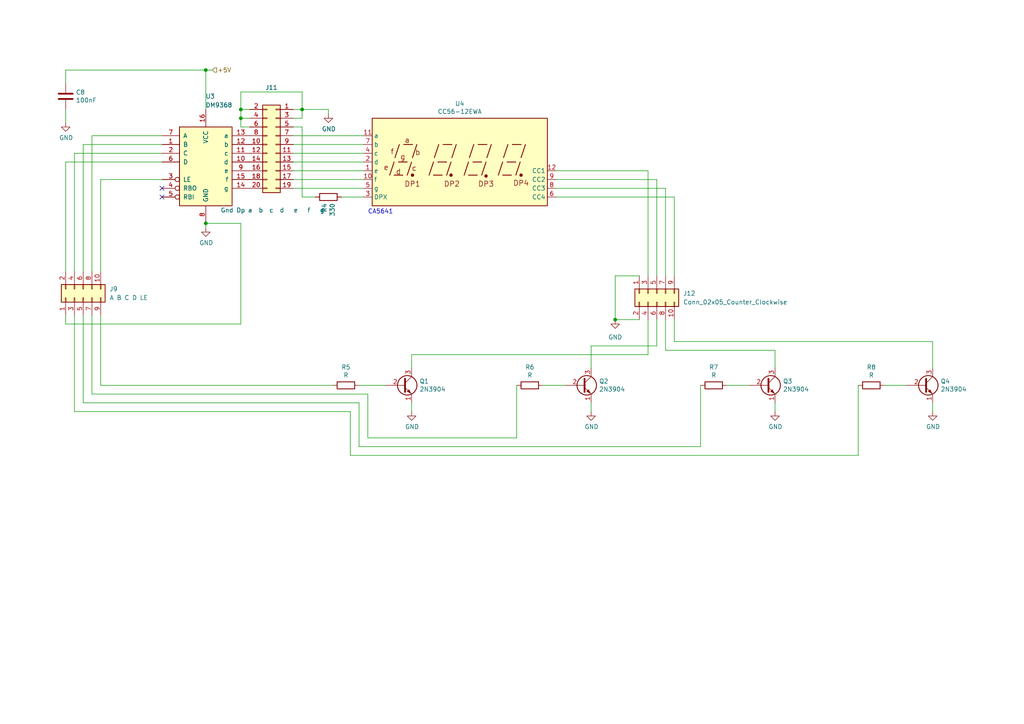
<source format=kicad_sch>
(kicad_sch (version 20211123) (generator eeschema)
  (paper "A4")
  (lib_symbols
    (symbol "Connector_Generic:Conn_02x05_Odd_Even" (pin_names (offset 1.016) hide)
      (property "Reference" "J" (at 1.27 7.62 0))
      (property "Value" "Conn_02x05_Odd_Even" (at 1.27 -7.62 0))
      (symbol "Conn_02x05_Odd_Even_1_1"
        (rectangle (start -1.27 -4.953) (end 0 -5.207) (stroke (width 0.1524)))
        (rectangle (start -1.27 -2.413) (end 0 -2.667) (stroke (width 0.1524)))
        (rectangle (start -1.27 0.127) (end 0 -0.127) (stroke (width 0.1524)))
        (rectangle (start -1.27 2.667) (end 0 2.413) (stroke (width 0.1524)))
        (rectangle (start -1.27 5.207) (end 0 4.953) (stroke (width 0.1524)))
        (rectangle (start -1.27 6.35) (end 3.81 -6.35) (stroke (width 0.254)) (fill (type background)))
        (rectangle (start 3.81 -4.953) (end 2.54 -5.207) (stroke (width 0.1524)))
        (rectangle (start 3.81 -2.413) (end 2.54 -2.667) (stroke (width 0.1524)))
        (rectangle (start 3.81 0.127) (end 2.54 -0.127) (stroke (width 0.1524)))
        (rectangle (start 3.81 2.667) (end 2.54 2.413) (stroke (width 0.1524)))
        (rectangle (start 3.81 5.207) (end 2.54 4.953) (stroke (width 0.1524)))
        (pin passive line (at -5.08 5.08 0) (length 3.81) (name "Pin_1") (number "1"))
        (pin passive line (at 7.62 -5.08 180) (length 3.81) (name "Pin_10") (number "10"))
        (pin passive line (at 7.62 5.08 180) (length 3.81) (name "Pin_2") (number "2"))
        (pin passive line (at -5.08 2.54 0) (length 3.81) (name "Pin_3") (number "3"))
        (pin passive line (at 7.62 2.54 180) (length 3.81) (name "Pin_4") (number "4"))
        (pin passive line (at -5.08 0 0) (length 3.81) (name "Pin_5") (number "5"))
        (pin passive line (at 7.62 0 180) (length 3.81) (name "Pin_6") (number "6"))
        (pin passive line (at -5.08 -2.54 0) (length 3.81) (name "Pin_7") (number "7"))
        (pin passive line (at 7.62 -2.54 180) (length 3.81) (name "Pin_8") (number "8"))
        (pin passive line (at -5.08 -5.08 0) (length 3.81) (name "Pin_9") (number "9"))
      )
    )
    (symbol "Connector_Generic:Conn_02x10_Odd_Even" (pin_names (offset 1.016) hide)
      (property "Reference" "J" (at 1.27 12.7 0))
      (property "Value" "Conn_02x10_Odd_Even" (at 1.27 -15.24 0))
      (symbol "Conn_02x10_Odd_Even_1_1"
        (rectangle (start -1.27 -12.573) (end 0 -12.827) (stroke (width 0.1524)))
        (rectangle (start -1.27 -10.033) (end 0 -10.287) (stroke (width 0.1524)))
        (rectangle (start -1.27 -7.493) (end 0 -7.747) (stroke (width 0.1524)))
        (rectangle (start -1.27 -4.953) (end 0 -5.207) (stroke (width 0.1524)))
        (rectangle (start -1.27 -2.413) (end 0 -2.667) (stroke (width 0.1524)))
        (rectangle (start -1.27 0.127) (end 0 -0.127) (stroke (width 0.1524)))
        (rectangle (start -1.27 2.667) (end 0 2.413) (stroke (width 0.1524)))
        (rectangle (start -1.27 5.207) (end 0 4.953) (stroke (width 0.1524)))
        (rectangle (start -1.27 7.747) (end 0 7.493) (stroke (width 0.1524)))
        (rectangle (start -1.27 10.287) (end 0 10.033) (stroke (width 0.1524)))
        (rectangle (start -1.27 11.43) (end 3.81 -13.97) (stroke (width 0.254)) (fill (type background)))
        (rectangle (start 3.81 -12.573) (end 2.54 -12.827) (stroke (width 0.1524)))
        (rectangle (start 3.81 -10.033) (end 2.54 -10.287) (stroke (width 0.1524)))
        (rectangle (start 3.81 -7.493) (end 2.54 -7.747) (stroke (width 0.1524)))
        (rectangle (start 3.81 -4.953) (end 2.54 -5.207) (stroke (width 0.1524)))
        (rectangle (start 3.81 -2.413) (end 2.54 -2.667) (stroke (width 0.1524)))
        (rectangle (start 3.81 0.127) (end 2.54 -0.127) (stroke (width 0.1524)))
        (rectangle (start 3.81 2.667) (end 2.54 2.413) (stroke (width 0.1524)))
        (rectangle (start 3.81 5.207) (end 2.54 4.953) (stroke (width 0.1524)))
        (rectangle (start 3.81 7.747) (end 2.54 7.493) (stroke (width 0.1524)))
        (rectangle (start 3.81 10.287) (end 2.54 10.033) (stroke (width 0.1524)))
        (pin passive line (at -5.08 10.16 0) (length 3.81) (name "Pin_1") (number "1"))
        (pin passive line (at 7.62 0 180) (length 3.81) (name "Pin_10") (number "10"))
        (pin passive line (at -5.08 -2.54 0) (length 3.81) (name "Pin_11") (number "11"))
        (pin passive line (at 7.62 -2.54 180) (length 3.81) (name "Pin_12") (number "12"))
        (pin passive line (at -5.08 -5.08 0) (length 3.81) (name "Pin_13") (number "13"))
        (pin passive line (at 7.62 -5.08 180) (length 3.81) (name "Pin_14") (number "14"))
        (pin passive line (at -5.08 -7.62 0) (length 3.81) (name "Pin_15") (number "15"))
        (pin passive line (at 7.62 -7.62 180) (length 3.81) (name "Pin_16") (number "16"))
        (pin passive line (at -5.08 -10.16 0) (length 3.81) (name "Pin_17") (number "17"))
        (pin passive line (at 7.62 -10.16 180) (length 3.81) (name "Pin_18") (number "18"))
        (pin passive line (at -5.08 -12.7 0) (length 3.81) (name "Pin_19") (number "19"))
        (pin passive line (at 7.62 10.16 180) (length 3.81) (name "Pin_2") (number "2"))
        (pin passive line (at 7.62 -12.7 180) (length 3.81) (name "Pin_20") (number "20"))
        (pin passive line (at -5.08 7.62 0) (length 3.81) (name "Pin_3") (number "3"))
        (pin passive line (at 7.62 7.62 180) (length 3.81) (name "Pin_4") (number "4"))
        (pin passive line (at -5.08 5.08 0) (length 3.81) (name "Pin_5") (number "5"))
        (pin passive line (at 7.62 5.08 180) (length 3.81) (name "Pin_6") (number "6"))
        (pin passive line (at -5.08 2.54 0) (length 3.81) (name "Pin_7") (number "7"))
        (pin passive line (at 7.62 2.54 180) (length 3.81) (name "Pin_8") (number "8"))
        (pin passive line (at -5.08 0 0) (length 3.81) (name "Pin_9") (number "9"))
      )
    )
    (symbol "Device:C" (pin_numbers hide) (pin_names (offset 0.254))
      (property "Reference" "C" (at 0.635 2.54 0))
      (property "Value" "C" (at 0.635 -2.54 0))
      (symbol "C_0_1"
        (polyline (pts (xy -2.032 -0.762) (xy 2.032 -0.762)) (stroke (width 0.508)))
        (polyline (pts (xy -2.032 0.762) (xy 2.032 0.762)) (stroke (width 0.508)))
      )
      (symbol "C_1_1"
        (pin passive line (at 0 3.81 270) (length 2.794) (name "~") (number "1"))
        (pin passive line (at 0 -3.81 90) (length 2.794) (name "~") (number "2"))
      )
    )
    (symbol "Device:R" (pin_numbers hide) (pin_names (offset 0))
      (property "Reference" "R" (at 2.032 0 90))
      (property "Value" "R" (at 0 0 90))
      (symbol "R_0_1"
        (rectangle (start -1.016 -2.54) (end 1.016 2.54) (stroke (width 0.254)))
      )
      (symbol "R_1_1"
        (pin passive line (at 0 3.81 270) (length 1.27) (name "~") (number "1"))
        (pin passive line (at 0 -3.81 90) (length 1.27) (name "~") (number "2"))
      )
    )
    (symbol "Display_Character:CC56-12EWA"
      (property "Reference" "U" (at -24.13 13.97 0))
      (property "Value" "CC56-12EWA" (at 19.05 13.97 0))
      (symbol "CC56-12EWA_0_0"
        (rectangle (start -25.4 12.7) (end 25.4 -12.7) (stroke (width 0.254)) (fill (type background)))
        (polyline (pts (xy -20.32 -3.81) (xy -19.05 0)) (stroke (width 0.254)))
        (polyline (pts (xy -19.05 -3.81) (xy -16.51 -3.81)) (stroke (width 0.254)))
        (polyline (pts (xy -18.796 1.27) (xy -17.526 5.08)) (stroke (width 0.254)))
        (polyline (pts (xy -17.78 0) (xy -15.24 0)) (stroke (width 0.254)))
        (polyline (pts (xy -16.256 5.08) (xy -13.716 5.08)) (stroke (width 0.254)))
        (polyline (pts (xy -15.24 -3.81) (xy -13.97 0)) (stroke (width 0.254)))
        (polyline (pts (xy -13.716 1.27) (xy -12.446 5.08)) (stroke (width 0.254)))
        (polyline (pts (xy -8.89 -3.81) (xy -7.62 0)) (stroke (width 0.254)))
        (polyline (pts (xy -7.62 -3.81) (xy -5.08 -3.81)) (stroke (width 0.254)))
        (polyline (pts (xy -7.366 1.27) (xy -6.096 5.08)) (stroke (width 0.254)))
        (polyline (pts (xy -6.35 0) (xy -3.81 0)) (stroke (width 0.254)))
        (polyline (pts (xy -4.826 5.08) (xy -2.286 5.08)) (stroke (width 0.254)))
        (polyline (pts (xy -3.81 -3.81) (xy -2.54 0)) (stroke (width 0.254)))
        (polyline (pts (xy -2.286 1.27) (xy -1.016 5.08)) (stroke (width 0.254)))
        (polyline (pts (xy 1.27 -3.81) (xy 2.54 0)) (stroke (width 0.254)))
        (polyline (pts (xy 2.54 -3.81) (xy 5.08 -3.81)) (stroke (width 0.254)))
        (polyline (pts (xy 2.794 1.27) (xy 4.064 5.08)) (stroke (width 0.254)))
        (polyline (pts (xy 3.81 0) (xy 6.35 0)) (stroke (width 0.254)))
        (polyline (pts (xy 5.334 5.08) (xy 7.874 5.08)) (stroke (width 0.254)))
        (polyline (pts (xy 6.35 -3.81) (xy 7.62 0)) (stroke (width 0.254)))
        (polyline (pts (xy 7.874 1.27) (xy 9.144 5.08)) (stroke (width 0.254)))
        (polyline (pts (xy 11.176 -3.81) (xy 12.446 0)) (stroke (width 0.254)))
        (polyline (pts (xy 12.446 -3.81) (xy 14.986 -3.81)) (stroke (width 0.254)))
        (polyline (pts (xy 12.7 1.27) (xy 13.97 5.08)) (stroke (width 0.254)))
        (polyline (pts (xy 13.716 0) (xy 16.256 0)) (stroke (width 0.254)))
        (polyline (pts (xy 15.24 5.08) (xy 17.78 5.08)) (stroke (width 0.254)))
        (polyline (pts (xy 16.256 -3.81) (xy 17.526 0)) (stroke (width 0.254)))
        (polyline (pts (xy 17.78 1.27) (xy 19.05 5.08)) (stroke (width 0.254)))
        (text "a" (at -15.24 6.35 0) (effects (font (size 1.524 1.524))))
        (text "b" (at -12.192 2.794 0) (effects (font (size 1.524 1.524))))
        (text "c" (at -13.208 -1.778 0) (effects (font (size 1.524 1.524))))
        (text "d" (at -17.78 -2.794 0) (effects (font (size 1.524 1.524))))
        (text "DP1" (at -13.716 -6.35 0) (effects (font (size 1.524 1.524))))
        (text "DP2" (at -2.286 -6.35 0) (effects (font (size 1.524 1.524))))
        (text "DP3" (at 7.62 -6.35 0) (effects (font (size 1.524 1.524))))
        (text "DP4" (at 17.78 -6.096 0) (effects (font (size 1.524 1.524))))
        (text "e" (at -21.336 -1.524 0) (effects (font (size 1.524 1.524))))
        (text "f" (at -19.558 3.048 0) (effects (font (size 1.524 1.524))))
        (text "g" (at -16.51 1.524 0) (effects (font (size 1.524 1.524))))
      )
      (symbol "CC56-12EWA_0_1"
        (circle (center -13.716 -3.81) (radius 0.3556) (stroke (width 0.254)) (fill (type outline)))
        (circle (center -2.54 -3.81) (radius 0.3556) (stroke (width 0.254)) (fill (type outline)))
      )
      (symbol "CC56-12EWA_1_0"
        (circle (center 7.62 -4.064) (radius 0.3556) (stroke (width 0.254)) (fill (type outline)))
        (circle (center 17.78 -3.81) (radius 0.3556) (stroke (width 0.254)) (fill (type outline)))
      )
      (symbol "CC56-12EWA_1_1"
        (pin input line (at -27.94 -2.54 0) (length 2.54) (name "e") (number "1"))
        (pin input line (at -27.94 -5.08 0) (length 2.54) (name "f") (number "10"))
        (pin input line (at -27.94 7.62 0) (length 2.54) (name "a") (number "11"))
        (pin input line (at 27.94 -2.54 180) (length 2.54) (name "CC1") (number "12"))
        (pin input line (at -27.94 0 0) (length 2.54) (name "d") (number "2"))
        (pin input line (at -27.94 -10.16 0) (length 2.54) (name "DPX") (number "3"))
        (pin input line (at -27.94 2.54 0) (length 2.54) (name "c") (number "4"))
        (pin input line (at -27.94 -7.62 0) (length 2.54) (name "g") (number "5"))
        (pin input line (at 27.94 -10.16 180) (length 2.54) (name "CC4") (number "6"))
        (pin input line (at -27.94 5.08 0) (length 2.54) (name "b") (number "7"))
        (pin input line (at 27.94 -7.62 180) (length 2.54) (name "CC3") (number "8"))
        (pin input line (at 27.94 -5.08 180) (length 2.54) (name "CC2") (number "9"))
      )
    )
    (symbol "New_Library:DM9368" (pin_names (offset 1.016))
      (property "Reference" "U" (at -7.62 11.43 0))
      (property "Value" "DM9368" (at -7.62 -13.97 0))
      (symbol "DM9368_1_0"
        (pin input line (at -12.7 5.08 0) (length 5.08) (name "B") (number "1"))
        (pin output line (at 12.7 0 180) (length 5.08) (name "d") (number "10"))
        (pin output line (at 12.7 2.54 180) (length 5.08) (name "c") (number "11"))
        (pin output line (at 12.7 5.08 180) (length 5.08) (name "b") (number "12"))
        (pin output line (at 12.7 7.62 180) (length 5.08) (name "a") (number "13"))
        (pin output line (at 12.7 -7.62 180) (length 5.08) (name "g") (number "14"))
        (pin output line (at 12.7 -5.08 180) (length 5.08) (name "f") (number "15"))
        (pin power_in line (at 0 15.24 270) (length 5.08) (name "VCC") (number "16"))
        (pin input line (at -12.7 2.54 0) (length 5.08) (name "C") (number "2"))
        (pin input inverted (at -12.7 -5.08 0) (length 5.08) (name "LE") (number "3"))
        (pin output inverted (at -12.7 -7.62 0) (length 5.08) (name "RBO") (number "4"))
        (pin input inverted (at -12.7 -10.16 0) (length 5.08) (name "RBI") (number "5"))
        (pin input line (at -12.7 0 0) (length 5.08) (name "D") (number "6"))
        (pin input line (at -12.7 7.62 0) (length 5.08) (name "A") (number "7"))
        (pin power_in line (at 0 -17.78 90) (length 5.08) (name "GND") (number "8"))
        (pin output line (at 12.7 -2.54 180) (length 5.08) (name "e") (number "9"))
      )
      (symbol "DM9368_1_1"
        (rectangle (start -7.62 10.16) (end 7.62 -12.7) (stroke (width 0.254)) (fill (type background)))
      )
    )
    (symbol "Transistor_BJT:2N3904" (pin_names (offset 0) hide)
      (property "Reference" "Q" (at 5.08 1.905 0))
      (property "Value" "2N3904" (at 5.08 0 0))
      (symbol "2N3904_0_1"
        (polyline (pts (xy 0.635 0.635) (xy 2.54 2.54)))
        (polyline (pts (xy 0.635 -0.635) (xy 2.54 -2.54) (xy 2.54 -2.54)))
        (polyline (pts (xy 0.635 1.905) (xy 0.635 -1.905) (xy 0.635 -1.905)) (stroke (width 0.508)))
        (polyline (pts (xy 1.27 -1.778) (xy 1.778 -1.27) (xy 2.286 -2.286) (xy 1.27 -1.778) (xy 1.27 -1.778)) (fill (type outline)))
        (circle (center 1.27 0) (radius 2.8194) (stroke (width 0.254)))
      )
      (symbol "2N3904_1_1"
        (pin passive line (at 2.54 -5.08 90) (length 2.54) (name "E") (number "1"))
        (pin passive line (at -5.08 0 0) (length 5.715) (name "B") (number "2"))
        (pin passive line (at 2.54 5.08 270) (length 2.54) (name "C") (number "3"))
      )
    )
    (symbol "power:GND" (power) (pin_names (offset 0))
      (property "Value" "GND" (at 0 -3.81 0))
      (symbol "GND_0_1"
        (polyline (pts (xy 0 0) (xy 0 -1.27) (xy 1.27 -1.27) (xy 0 -2.54) (xy -1.27 -1.27) (xy 0 -1.27)))
      )
      (symbol "GND_1_1"
        (pin power_in line (at 0 0 270) (length 0) hide (name "GND") (number "1"))
      )
    )
  )
  (junction (at 69.85 31.75))
  (junction (at 69.85 34.29))
  (junction (at 87.63 31.75))
  (junction (at 59.69 20.32))
  (junction (at 59.69 64.77))
  (junction (at 178.435 92.71))
  (no_connect (at 46.99 54.61))
  (no_connect (at 46.99 57.15))
  (wire (pts (xy 106.68 127) (xy 106.68 114.3)))
  (wire (pts (xy 224.79 119.38) (xy 224.79 116.84)))
  (wire (pts (xy 21.59 119.38) (xy 101.6 119.38)))
  (wire (pts (xy 161.29 54.61) (xy 193.04 54.61)))
  (wire (pts (xy 87.63 34.29) (xy 87.63 31.75)))
  (wire (pts (xy 190.5 80.01) (xy 190.5 52.07)))
  (wire (pts (xy 105.41 52.07) (xy 85.09 52.07)))
  (wire (pts (xy 270.51 116.84) (xy 270.51 119.38)))
  (wire (pts (xy 193.04 54.61) (xy 193.04 80.01)))
  (wire (pts (xy 87.63 31.75) (xy 87.63 26.67)))
  (wire (pts (xy 85.09 34.29) (xy 87.63 34.29)))
  (wire (pts (xy 24.13 116.84) (xy 24.13 91.44)))
  (wire (pts (xy 95.25 31.75) (xy 87.63 31.75)))
  (wire (pts (xy 171.45 119.38) (xy 171.45 116.84)))
  (wire (pts (xy 69.85 31.75) (xy 72.39 31.75)))
  (wire (pts (xy 59.69 66.04) (xy 59.69 64.77)))
  (wire (pts (xy 69.85 34.29) (xy 69.85 36.83)))
  (wire (pts (xy 87.63 36.83) (xy 87.63 57.15)))
  (wire (pts (xy 69.85 34.29) (xy 72.39 34.29)))
  (wire (pts (xy 149.86 111.76) (xy 149.86 127)))
  (wire (pts (xy 105.41 44.45) (xy 85.09 44.45)))
  (wire (pts (xy 187.96 102.87) (xy 187.96 92.71)))
  (wire (pts (xy 95.25 33.02) (xy 95.25 31.75)))
  (wire (pts (xy 248.92 132.08) (xy 101.6 132.08)))
  (wire (pts (xy 105.41 49.53) (xy 85.09 49.53)))
  (wire (pts (xy 195.58 92.71) (xy 195.58 99.06)))
  (wire (pts (xy 161.29 52.07) (xy 190.5 52.07)))
  (wire (pts (xy 59.69 20.32) (xy 59.69 31.75)))
  (wire (pts (xy 21.59 119.38) (xy 21.59 91.44)))
  (wire (pts (xy 46.99 41.91) (xy 24.13 41.91)))
  (wire (pts (xy 171.45 100.33) (xy 171.45 106.68)))
  (wire (pts (xy 59.69 64.77) (xy 69.85 64.77)))
  (wire (pts (xy 171.45 100.33) (xy 190.5 100.33)))
  (wire (pts (xy 105.41 46.99) (xy 85.09 46.99)))
  (wire (pts (xy 163.83 111.76) (xy 157.48 111.76)))
  (wire (pts (xy 101.6 132.08) (xy 101.6 119.38)))
  (wire (pts (xy 19.05 46.99) (xy 19.05 78.74)))
  (wire (pts (xy 105.41 39.37) (xy 85.09 39.37)))
  (wire (pts (xy 46.99 46.99) (xy 19.05 46.99)))
  (wire (pts (xy 26.67 39.37) (xy 26.67 78.74)))
  (wire (pts (xy 104.14 129.54) (xy 104.14 116.84)))
  (wire (pts (xy 46.99 44.45) (xy 21.59 44.45)))
  (wire (pts (xy 46.99 52.07) (xy 29.21 52.07)))
  (wire (pts (xy 105.41 54.61) (xy 85.09 54.61)))
  (wire (pts (xy 29.21 111.76) (xy 96.52 111.76)))
  (wire (pts (xy 149.86 127) (xy 106.68 127)))
  (wire (pts (xy 26.67 114.3) (xy 26.67 91.44)))
  (wire (pts (xy 26.67 114.3) (xy 106.68 114.3)))
  (wire (pts (xy 119.38 119.38) (xy 119.38 116.84)))
  (wire (pts (xy 178.435 92.71) (xy 185.42 92.71)))
  (wire (pts (xy 85.09 36.83) (xy 87.63 36.83)))
  (wire (pts (xy 21.59 44.45) (xy 21.59 78.74)))
  (wire (pts (xy 69.85 36.83) (xy 72.39 36.83)))
  (wire (pts (xy 87.63 57.15) (xy 91.44 57.15)))
  (wire (pts (xy 59.69 20.32) (xy 61.595 20.32)))
  (wire (pts (xy 19.05 20.32) (xy 19.05 24.13)))
  (wire (pts (xy 69.85 93.98) (xy 69.85 64.77)))
  (wire (pts (xy 19.05 20.32) (xy 59.69 20.32)))
  (wire (pts (xy 185.42 80.01) (xy 178.435 80.01)))
  (wire (pts (xy 46.99 39.37) (xy 26.67 39.37)))
  (wire (pts (xy 203.2 129.54) (xy 104.14 129.54)))
  (wire (pts (xy 161.29 57.15) (xy 195.58 57.15)))
  (wire (pts (xy 203.2 111.76) (xy 203.2 129.54)))
  (wire (pts (xy 224.79 101.6) (xy 224.79 106.68)))
  (wire (pts (xy 248.92 111.76) (xy 248.92 132.08)))
  (wire (pts (xy 24.13 41.91) (xy 24.13 78.74)))
  (wire (pts (xy 195.58 57.15) (xy 195.58 80.01)))
  (wire (pts (xy 105.41 41.91) (xy 85.09 41.91)))
  (wire (pts (xy 69.85 31.75) (xy 69.85 34.29)))
  (wire (pts (xy 178.435 80.01) (xy 178.435 92.71)))
  (wire (pts (xy 193.04 101.6) (xy 193.04 92.71)))
  (wire (pts (xy 19.05 31.75) (xy 19.05 35.56)))
  (wire (pts (xy 187.96 80.01) (xy 187.96 49.53)))
  (wire (pts (xy 190.5 92.71) (xy 190.5 100.33)))
  (wire (pts (xy 29.21 52.07) (xy 29.21 78.74)))
  (wire (pts (xy 217.17 111.76) (xy 210.82 111.76)))
  (wire (pts (xy 85.09 31.75) (xy 87.63 31.75)))
  (wire (pts (xy 111.76 111.76) (xy 104.14 111.76)))
  (wire (pts (xy 195.58 99.06) (xy 270.51 99.06)))
  (wire (pts (xy 29.21 91.44) (xy 29.21 111.76)))
  (wire (pts (xy 99.06 57.15) (xy 105.41 57.15)))
  (wire (pts (xy 119.38 102.87) (xy 119.38 106.68)))
  (wire (pts (xy 119.38 102.87) (xy 187.96 102.87)))
  (wire (pts (xy 161.29 49.53) (xy 187.96 49.53)))
  (wire (pts (xy 19.05 93.98) (xy 69.85 93.98)))
  (wire (pts (xy 24.13 116.84) (xy 104.14 116.84)))
  (wire (pts (xy 270.51 99.06) (xy 270.51 106.68)))
  (wire (pts (xy 19.05 91.44) (xy 19.05 93.98)))
  (wire (pts (xy 262.89 111.76) (xy 256.54 111.76)))
  (wire (pts (xy 224.79 101.6) (xy 193.04 101.6)))
  (wire (pts (xy 87.63 26.67) (xy 69.85 26.67)))
  (wire (pts (xy 69.85 26.67) (xy 69.85 31.75)))
  (text "CA5641" (at 106.68 62.23 0) (effects (font (size 1.27 1.27)) (justify left bottom)))
  (hierarchical_label "+5V" (shape input) (at 61.595 20.32 0))
  (symbol (lib_id "power:GND") (at 119.38 119.38 0) (unit 1)
    (property "Reference" "#PWR010" (effects hide))
    (property "Value" "GND" (at 119.507 123.7742 0))
  )
  (symbol (lib_id "Device:R") (at 252.73 111.76 270) (unit 1)
    (property "Reference" "R8" (at 252.73 106.5022 90))
    (property "Value" "R" (at 252.73 108.8136 90))
    (property "Footprint" "Resistor_THT:R_Axial_DIN0207_L6.3mm_D2.5mm_P10.16mm_Horizontal" (effects hide))
  )
  (symbol (lib_id "Connector_Generic:Conn_02x05_Odd_Even") (at 190.5 85.09 90) (mirror x) (unit 1)
    (property "Reference" "J12" (at 198.12 85.0899 90) (effects (justify right)))
    (property "Value" "Conn_02x05_Counter_Clockwise" (at 198.12 87.6299 90) (effects (justify right)))
    (property "Footprint" "Connector_PinSocket_2.54mm:PinSocket_2x05_P2.54mm_Vertical" (effects hide))
  )
  (symbol (lib_id "Display_Character:CC56-12EWA") (at 133.35 46.99 0) (unit 1)
    (property "Reference" "U4" (at 133.35 30.0482 0))
    (property "Value" "CC56-12EWA" (at 133.35 32.3596 0))
    (property "Footprint" "Display_7Segment:CA56-12EWA" (effects hide))
    (property "Datasheet" "http://www.kingbrightusa.com/images/catalog/SPEC/CA56-12EWA.pdf" (effects hide))
  )
  (symbol (lib_id "power:GND") (at 19.05 35.56 0) (unit 1)
    (property "Reference" "#PWR09" (effects hide))
    (property "Value" "GND" (at 19.177 39.9542 0))
  )
  (symbol (lib_id "Connector_Generic:Conn_02x05_Odd_Even") (at 24.13 86.36 90) (unit 1)
    (property "Reference" "J9" (at 31.75 83.8199 90) (effects (justify right)))
    (property "Value" "A B C D LE" (at 31.75 86.36 90) (effects (justify right)))
    (property "Footprint" "Connector_PinSocket_2.54mm:PinSocket_2x05_P2.54mm_Vertical" (effects hide))
  )
  (symbol (lib_id "power:GND") (at 59.69 66.04 0) (unit 1)
    (property "Reference" "#PWR07" (effects hide))
    (property "Value" "GND" (at 59.817 70.4342 0))
  )
  (symbol (lib_id "Device:C") (at 19.05 27.94 0) (unit 1)
    (property "Reference" "C8" (at 21.971 26.7716 0) (effects (justify left)))
    (property "Value" "100nF" (at 21.971 29.083 0) (effects (justify left)))
    (property "Footprint" "Capacitor_THT:C_Disc_D7.5mm_W2.5mm_P5.00mm" (effects hide))
  )
  (symbol (lib_id "power:GND") (at 270.51 119.38 0) (unit 1)
    (property "Reference" "#PWR013" (effects hide))
    (property "Value" "GND" (at 270.637 123.7742 0))
  )
  (symbol (lib_id "Connector_Generic:Conn_02x10_Odd_Even") (at 80.01 41.91 0) (mirror y) (unit 1)
    (property "Reference" "J11" (at 78.74 25.4 0))
    (property "Value" "Gnd Dp a  b  c  d   e   f   g  " (at 80.01 60.96 0))
    (property "Footprint" "Connector_PinSocket_2.54mm:PinSocket_2x10_P2.54mm_Vertical" (effects hide))
  )
  (symbol (lib_id "power:GND") (at 178.435 92.71 0) (unit 1)
    (property "Reference" "#PWR016" (effects hide))
    (property "Value" "GND" (at 178.435 97.79 0))
  )
  (symbol (lib_id "Transistor_BJT:2N3904") (at 168.91 111.76 0) (unit 1)
    (property "Reference" "Q2" (at 173.736 110.5916 0) (effects (justify left)))
    (property "Value" "2N3904" (at 173.736 112.903 0) (effects (justify left)))
    (property "Footprint" "Package_TO_SOT_THT:TO-92_Inline" (effects hide))
    (property "Datasheet" "https://www.onsemi.com/pub/Collateral/2N3903-D.PDF" (effects hide))
  )
  (symbol (lib_id "Transistor_BJT:2N3904") (at 267.97 111.76 0) (unit 1)
    (property "Reference" "Q4" (at 272.796 110.5916 0) (effects (justify left)))
    (property "Value" "2N3904" (at 272.796 112.903 0) (effects (justify left)))
    (property "Footprint" "Package_TO_SOT_THT:TO-92_Inline" (effects hide))
    (property "Datasheet" "https://www.onsemi.com/pub/Collateral/2N3903-D.PDF" (effects hide))
  )
  (symbol (lib_id "Device:R") (at 95.25 57.15 90) (mirror x) (unit 1)
    (property "Reference" "R4" (at 94.0816 58.928 0) (effects (justify left)))
    (property "Value" "330" (at 96.393 58.928 0) (effects (justify left)))
    (property "Footprint" "Resistor_THT:R_Axial_DIN0207_L6.3mm_D2.5mm_P10.16mm_Horizontal" (effects hide))
  )
  (symbol (lib_id "power:GND") (at 95.25 33.02 0) (unit 1)
    (property "Reference" "#PWR0103" (effects hide))
    (property "Value" "GND" (at 95.377 37.4142 0))
  )
  (symbol (lib_id "Device:R") (at 207.01 111.76 270) (unit 1)
    (property "Reference" "R7" (at 207.01 106.5022 90))
    (property "Value" "R" (at 207.01 108.8136 90))
    (property "Footprint" "Resistor_THT:R_Axial_DIN0207_L6.3mm_D2.5mm_P10.16mm_Horizontal" (effects hide))
  )
  (symbol (lib_id "Device:R") (at 153.67 111.76 270) (unit 1)
    (property "Reference" "R6" (at 153.67 106.5022 90))
    (property "Value" "R" (at 153.67 108.8136 90))
    (property "Footprint" "Resistor_THT:R_Axial_DIN0207_L6.3mm_D2.5mm_P10.16mm_Horizontal" (effects hide))
  )
  (symbol (lib_id "Device:R") (at 100.33 111.76 270) (unit 1)
    (property "Reference" "R5" (at 100.33 106.5022 90))
    (property "Value" "R" (at 100.33 108.8136 90))
    (property "Footprint" "Resistor_THT:R_Axial_DIN0207_L6.3mm_D2.5mm_P10.16mm_Horizontal" (effects hide))
  )
  (symbol (lib_id "Transistor_BJT:2N3904") (at 116.84 111.76 0) (unit 1)
    (property "Reference" "Q1" (at 121.666 110.5916 0) (effects (justify left)))
    (property "Value" "2N3904" (at 121.666 112.903 0) (effects (justify left)))
    (property "Footprint" "Package_TO_SOT_THT:TO-92_Inline" (effects hide))
    (property "Datasheet" "https://www.onsemi.com/pub/Collateral/2N3903-D.PDF" (effects hide))
  )
  (symbol (lib_id "power:GND") (at 171.45 119.38 0) (unit 1)
    (property "Reference" "#PWR011" (effects hide))
    (property "Value" "GND" (at 171.577 123.7742 0))
  )
  (symbol (lib_id "Transistor_BJT:2N3904") (at 222.25 111.76 0) (unit 1)
    (property "Reference" "Q3" (at 227.076 110.5916 0) (effects (justify left)))
    (property "Value" "2N3904" (at 227.076 112.903 0) (effects (justify left)))
    (property "Footprint" "Package_TO_SOT_THT:TO-92_Inline" (effects hide))
    (property "Datasheet" "https://www.onsemi.com/pub/Collateral/2N3903-D.PDF" (effects hide))
  )
  (symbol (lib_id "New_Library:DM9368") (at 59.69 46.99 0) (unit 1)
    (property "Reference" "U3" (at 60.96 27.94 0))
    (property "Value" "DM9368" (at 63.5 30.48 0))
    (property "Footprint" "Package_DIP:DIP-16_W7.62mm_LongPads" (effects hide))
    (property "Datasheet" "http://www.ti.com/lit/gpn/sn74LS48" (effects hide))
  )
  (symbol (lib_id "power:GND") (at 224.79 119.38 0) (unit 1)
    (property "Reference" "#PWR012" (effects hide))
    (property "Value" "GND" (at 224.917 123.7742 0))
  )
)
</source>
